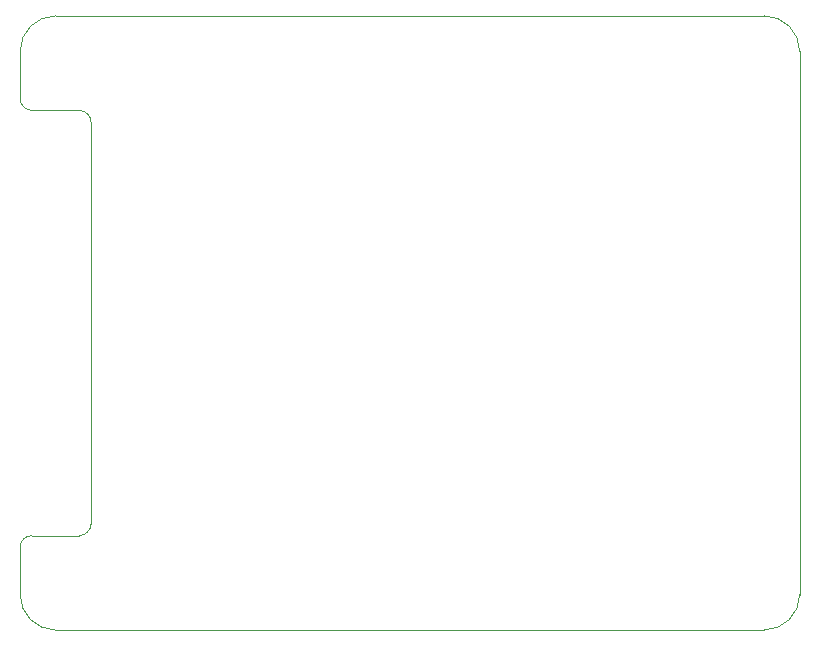
<source format=gbr>
%TF.GenerationSoftware,KiCad,Pcbnew,9.0.0-rc1*%
%TF.CreationDate,2025-03-28T12:21:10+01:00*%
%TF.ProjectId,Robobuoy-Top-Round-v2_0,526f626f-6275-46f7-992d-546f702d526f,rev?*%
%TF.SameCoordinates,Original*%
%TF.FileFunction,Profile,NP*%
%FSLAX46Y46*%
G04 Gerber Fmt 4.6, Leading zero omitted, Abs format (unit mm)*
G04 Created by KiCad (PCBNEW 9.0.0-rc1) date 2025-03-28 12:21:10*
%MOMM*%
%LPD*%
G01*
G04 APERTURE LIST*
%TA.AperFunction,Profile*%
%ADD10C,0.100000*%
%TD*%
G04 APERTURE END LIST*
D10*
X-27000000Y16000000D02*
X-23000000Y16000000D01*
X35000000Y24000000D02*
G75*
G02*
X38000000Y21000000I0J-3000000D01*
G01*
X-27000000Y16000000D02*
G75*
G02*
X-28000000Y17000000I0J1000000D01*
G01*
X-28000000Y-21000000D02*
G75*
G02*
X-27000000Y-20000000I1000000J0D01*
G01*
X38000000Y-25000000D02*
X38000000Y21000000D01*
X-28000000Y21000000D02*
X-28000000Y17000000D01*
X-25000000Y-28000000D02*
X35000000Y-28000000D01*
X-23000000Y-20000000D02*
X-27000000Y-20000000D01*
X-28000000Y-21000000D02*
X-28000000Y-25000000D01*
X-22000000Y-19000000D02*
G75*
G02*
X-23000000Y-20000000I-1000000J0D01*
G01*
X35000000Y24000000D02*
X-25000000Y24000000D01*
X-25000000Y-28000000D02*
G75*
G02*
X-28000000Y-25000000I0J3000000D01*
G01*
X-23000000Y16000000D02*
G75*
G02*
X-22000000Y15000000I0J-1000000D01*
G01*
X-28000000Y21000000D02*
G75*
G02*
X-25000000Y24000000I3000000J0D01*
G01*
X38000000Y-25000000D02*
G75*
G02*
X35000000Y-28000000I-3000000J0D01*
G01*
X-22000000Y15000000D02*
X-22000000Y-19000000D01*
M02*

</source>
